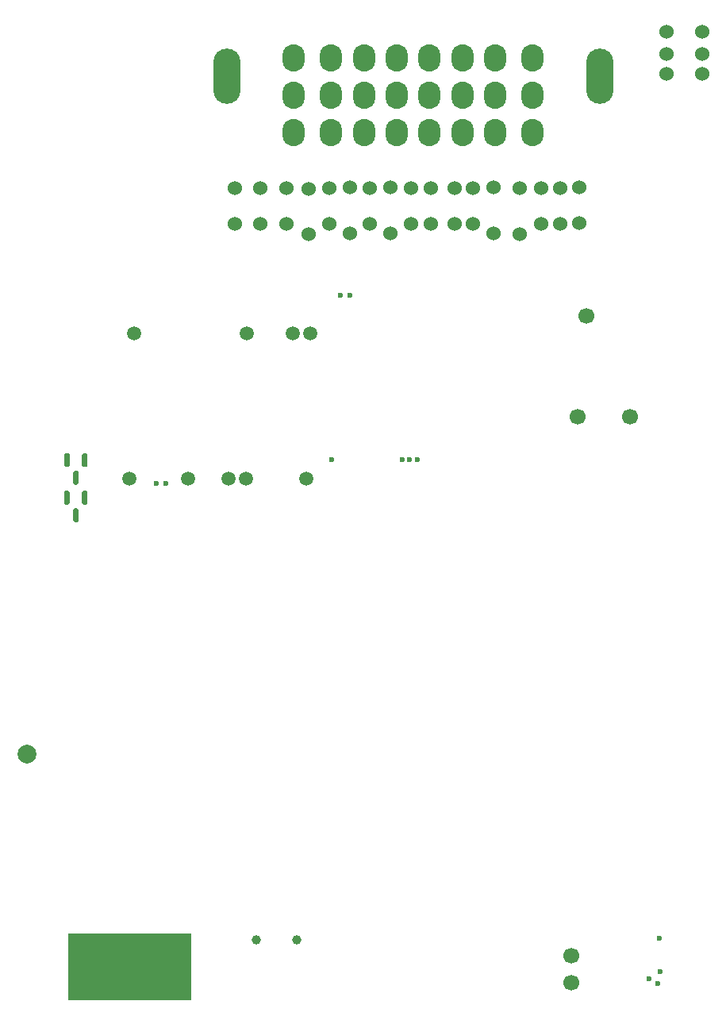
<source format=gbs>
G04 #@! TF.GenerationSoftware,KiCad,Pcbnew,(6.0.9)*
G04 #@! TF.CreationDate,2022-12-10T14:02:43+03:00*
G04 #@! TF.ProjectId,alphax_2ch,616c7068-6178-45f3-9263-682e6b696361,E*
G04 #@! TF.SameCoordinates,PX141f5e0PYa2cace0*
G04 #@! TF.FileFunction,Soldermask,Bot*
G04 #@! TF.FilePolarity,Negative*
%FSLAX46Y46*%
G04 Gerber Fmt 4.6, Leading zero omitted, Abs format (unit mm)*
G04 Created by KiCad (PCBNEW (6.0.9)) date 2022-12-10 14:02:43*
%MOMM*%
%LPD*%
G01*
G04 APERTURE LIST*
%ADD10C,0.120000*%
%ADD11C,1.524000*%
%ADD12C,1.700000*%
%ADD13C,1.000000*%
%ADD14C,0.599999*%
%ADD15C,1.500000*%
%ADD16C,0.600000*%
%ADD17O,2.900000X5.900000*%
%ADD18O,2.400000X2.900000*%
%ADD19C,2.000000*%
G04 APERTURE END LIST*
G04 #@! TO.C,U4*
G36*
X19700000Y200000D02*
G01*
X6700000Y200000D01*
X6700000Y7200000D01*
X19700000Y7200000D01*
X19700000Y200000D01*
G37*
D10*
X19700000Y200000D02*
X6700000Y200000D01*
X6700000Y7200000D01*
X19700000Y7200000D01*
X19700000Y200000D01*
G04 #@! TD*
D11*
G04 #@! TO.C,R8*
X49836417Y82896579D03*
X49836417Y86706579D03*
G04 #@! TD*
G04 #@! TO.C,R9*
X47882571Y82918049D03*
X47882571Y86728049D03*
G04 #@! TD*
G04 #@! TO.C,F4*
X36700000Y86750000D03*
X36700000Y81850000D03*
G04 #@! TD*
D12*
G04 #@! TO.C,P2*
X61958000Y73100000D03*
G04 #@! TD*
D11*
G04 #@! TO.C,R11*
X24500000Y82895000D03*
X24500000Y86705000D03*
G04 #@! TD*
G04 #@! TO.C,R6*
X74305000Y103400000D03*
X70495000Y103400000D03*
G04 #@! TD*
D13*
G04 #@! TO.C,J1*
X26710000Y6475000D03*
X31110000Y6475000D03*
G04 #@! TD*
D11*
G04 #@! TO.C,R17*
X38900000Y82895000D03*
X38900000Y86705000D03*
G04 #@! TD*
D14*
G04 #@! TO.C,M8*
X69577499Y1826662D03*
X68702497Y2351662D03*
X69877501Y3101660D03*
X69802498Y6651661D03*
G04 #@! TD*
D11*
G04 #@! TO.C,R16*
X45400000Y82895000D03*
X45400000Y86705000D03*
G04 #@! TD*
D12*
G04 #@! TO.C,P3*
X60400000Y1900000D03*
G04 #@! TD*
D15*
G04 #@! TO.C,M1*
X32074999Y55675006D03*
X25675002Y55675006D03*
X23774999Y55675006D03*
X19474999Y55675006D03*
D16*
X17075002Y55225007D03*
X16075001Y55225007D03*
D15*
X13224999Y55675006D03*
X32525001Y71175003D03*
X30675002Y71175003D03*
X25724999Y71175003D03*
X13675001Y71175003D03*
G04 #@! TD*
D14*
G04 #@! TO.C,M3*
X34825000Y57700000D03*
X42325000Y57700000D03*
X43125000Y57700000D03*
X43925000Y57700000D03*
X36725000Y75225000D03*
X35725000Y75225000D03*
G04 #@! TD*
D11*
G04 #@! TO.C,R10*
X43300000Y82895000D03*
X43300000Y86705000D03*
G04 #@! TD*
G04 #@! TO.C,R19*
X30000000Y82895000D03*
X30000000Y86705000D03*
G04 #@! TD*
G04 #@! TO.C,F1*
X54846000Y86700000D03*
X54846000Y81800000D03*
G04 #@! TD*
G04 #@! TO.C,R14*
X70495000Y98900000D03*
X74305000Y98900000D03*
G04 #@! TD*
G04 #@! TO.C,F3*
X41100000Y86750000D03*
X41100000Y81850000D03*
G04 #@! TD*
G04 #@! TO.C,R15*
X57132000Y82895000D03*
X57132000Y86705000D03*
G04 #@! TD*
G04 #@! TO.C,R7*
X59164000Y82895000D03*
X59164000Y86705000D03*
G04 #@! TD*
G04 #@! TO.C,R13*
X74305000Y101000000D03*
X70495000Y101000000D03*
G04 #@! TD*
G04 #@! TO.C,R20*
X61196000Y82943000D03*
X61196000Y86753000D03*
G04 #@! TD*
D17*
G04 #@! TO.C,P1*
X63400000Y98599000D03*
X23600000Y98599000D03*
D18*
X30750000Y92599000D03*
X34750000Y92599000D03*
X38250000Y92599000D03*
X41750000Y92599000D03*
X45250000Y92599000D03*
X48750000Y92599000D03*
X52250000Y92599000D03*
X56250000Y92599000D03*
X30750000Y96599000D03*
X34750000Y96599000D03*
X38250000Y96599000D03*
X41750000Y96599000D03*
X45250000Y96599000D03*
X48750000Y96599000D03*
X52250000Y96599000D03*
X56250000Y96599000D03*
X30750000Y100599000D03*
X34750000Y100599000D03*
X38250000Y100599000D03*
X41750000Y100599000D03*
X45250000Y100599000D03*
X48750000Y100599000D03*
X52250000Y100599000D03*
X56250000Y100599000D03*
G04 #@! TD*
D11*
G04 #@! TO.C,R12*
X27200000Y82895000D03*
X27200000Y86705000D03*
G04 #@! TD*
G04 #@! TO.C,R18*
X34500000Y82895000D03*
X34500000Y86705000D03*
G04 #@! TD*
D12*
G04 #@! TO.C,P4*
X60400000Y4800000D03*
G04 #@! TD*
D11*
G04 #@! TO.C,F5*
X32300000Y86650000D03*
X32300000Y81750000D03*
G04 #@! TD*
G04 #@! TO.C,F2*
X52052000Y86750000D03*
X52052000Y81850000D03*
G04 #@! TD*
D12*
G04 #@! TO.C,J8*
X66600000Y62300000D03*
G04 #@! TD*
G04 #@! TO.C,J7*
X61000000Y62300000D03*
G04 #@! TD*
G04 #@! TO.C,D30*
G36*
G01*
X6400000Y54412500D02*
X6700000Y54412500D01*
G75*
G02*
X6850000Y54262500I0J-150000D01*
G01*
X6850000Y53087500D01*
G75*
G02*
X6700000Y52937500I-150000J0D01*
G01*
X6400000Y52937500D01*
G75*
G02*
X6250000Y53087500I0J150000D01*
G01*
X6250000Y54262500D01*
G75*
G02*
X6400000Y54412500I150000J0D01*
G01*
G37*
G36*
G01*
X8300000Y54412500D02*
X8600000Y54412500D01*
G75*
G02*
X8750000Y54262500I0J-150000D01*
G01*
X8750000Y53087500D01*
G75*
G02*
X8600000Y52937500I-150000J0D01*
G01*
X8300000Y52937500D01*
G75*
G02*
X8150000Y53087500I0J150000D01*
G01*
X8150000Y54262500D01*
G75*
G02*
X8300000Y54412500I150000J0D01*
G01*
G37*
G36*
G01*
X7350000Y52537500D02*
X7650000Y52537500D01*
G75*
G02*
X7800000Y52387500I0J-150000D01*
G01*
X7800000Y51212500D01*
G75*
G02*
X7650000Y51062500I-150000J0D01*
G01*
X7350000Y51062500D01*
G75*
G02*
X7200000Y51212500I0J150000D01*
G01*
X7200000Y52387500D01*
G75*
G02*
X7350000Y52537500I150000J0D01*
G01*
G37*
G04 #@! TD*
G04 #@! TO.C,D31*
G36*
G01*
X6400000Y58412500D02*
X6700000Y58412500D01*
G75*
G02*
X6850000Y58262500I0J-150000D01*
G01*
X6850000Y57087500D01*
G75*
G02*
X6700000Y56937500I-150000J0D01*
G01*
X6400000Y56937500D01*
G75*
G02*
X6250000Y57087500I0J150000D01*
G01*
X6250000Y58262500D01*
G75*
G02*
X6400000Y58412500I150000J0D01*
G01*
G37*
G36*
G01*
X8300000Y58412500D02*
X8600000Y58412500D01*
G75*
G02*
X8750000Y58262500I0J-150000D01*
G01*
X8750000Y57087500D01*
G75*
G02*
X8600000Y56937500I-150000J0D01*
G01*
X8300000Y56937500D01*
G75*
G02*
X8150000Y57087500I0J150000D01*
G01*
X8150000Y58262500D01*
G75*
G02*
X8300000Y58412500I150000J0D01*
G01*
G37*
G36*
G01*
X7350000Y56537500D02*
X7650000Y56537500D01*
G75*
G02*
X7800000Y56387500I0J-150000D01*
G01*
X7800000Y55212500D01*
G75*
G02*
X7650000Y55062500I-150000J0D01*
G01*
X7350000Y55062500D01*
G75*
G02*
X7200000Y55212500I0J150000D01*
G01*
X7200000Y56387500D01*
G75*
G02*
X7350000Y56537500I150000J0D01*
G01*
G37*
G04 #@! TD*
D19*
G04 #@! TO.C,J4*
X2250000Y26300000D03*
G04 #@! TD*
M02*

</source>
